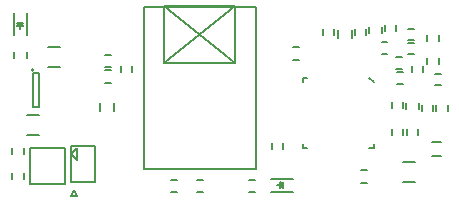
<source format=gto>
G04 #@! TF.FileFunction,Legend,Top*
%FSLAX46Y46*%
G04 Gerber Fmt 4.6, Leading zero omitted, Abs format (unit mm)*
G04 Created by KiCad (PCBNEW 4.0.1-stable) date 27/01/2016 21:23:12*
%MOMM*%
G01*
G04 APERTURE LIST*
%ADD10C,0.100000*%
%ADD11C,0.150000*%
G04 APERTURE END LIST*
D10*
D11*
X71450000Y-63725000D02*
X71950000Y-63725000D01*
X71950000Y-62675000D02*
X71450000Y-62675000D01*
X56400000Y-64050000D02*
X56900000Y-64050000D01*
X56900000Y-64050000D02*
X56650000Y-63550000D01*
X56650000Y-63550000D02*
X56400000Y-64050000D01*
X56400000Y-62800000D02*
X58400000Y-62800000D01*
X58400000Y-62800000D02*
X58400000Y-59800000D01*
X58400000Y-59800000D02*
X56400000Y-59800000D01*
X56400000Y-59800000D02*
X56400000Y-62800000D01*
X85500000Y-61150000D02*
X84500000Y-61150000D01*
X84500000Y-62850000D02*
X85500000Y-62850000D01*
X87325000Y-56350000D02*
X87325000Y-56850000D01*
X88275000Y-56850000D02*
X88275000Y-56350000D01*
X74375000Y-60050000D02*
X74375000Y-59550000D01*
X73425000Y-59550000D02*
X73425000Y-60050000D01*
X77725000Y-49900000D02*
X77725000Y-50400000D01*
X78675000Y-50400000D02*
X78675000Y-49900000D01*
X85755000Y-58820000D02*
X85755000Y-58320000D01*
X84805000Y-58320000D02*
X84805000Y-58820000D01*
X80425000Y-49900000D02*
X80425000Y-50400000D01*
X81375000Y-50400000D02*
X81375000Y-49900000D01*
X82675000Y-51975000D02*
X83175000Y-51975000D01*
X83175000Y-51025000D02*
X82675000Y-51025000D01*
X84525000Y-56600000D02*
X84525000Y-56100000D01*
X83575000Y-56100000D02*
X83575000Y-56600000D01*
X82950000Y-49525000D02*
X82950000Y-50025000D01*
X83900000Y-50025000D02*
X83900000Y-49525000D01*
X87075000Y-56850000D02*
X87075000Y-56350000D01*
X86125000Y-56350000D02*
X86125000Y-56850000D01*
X85250000Y-53000000D02*
X85250000Y-53500000D01*
X86200000Y-53500000D02*
X86200000Y-53000000D01*
X87725000Y-53675000D02*
X87225000Y-53675000D01*
X87225000Y-54625000D02*
X87725000Y-54625000D01*
X84950000Y-52000000D02*
X85450000Y-52000000D01*
X85450000Y-51050000D02*
X84950000Y-51050000D01*
X84950000Y-50800000D02*
X85450000Y-50800000D01*
X85450000Y-49850000D02*
X84950000Y-49850000D01*
X86990000Y-59460000D02*
X87690000Y-59460000D01*
X87690000Y-60660000D02*
X86990000Y-60660000D01*
X61550000Y-53525000D02*
X61550000Y-53025000D01*
X60600000Y-53025000D02*
X60600000Y-53525000D01*
X84515000Y-58850000D02*
X84515000Y-58350000D01*
X83565000Y-58350000D02*
X83565000Y-58850000D01*
X60030000Y-56120000D02*
X60030000Y-56820000D01*
X58830000Y-56820000D02*
X58830000Y-56120000D01*
X78950000Y-50650000D02*
X78950000Y-49950000D01*
X80150000Y-49950000D02*
X80150000Y-50650000D01*
X55450000Y-51375000D02*
X54450000Y-51375000D01*
X54450000Y-53075000D02*
X55450000Y-53075000D01*
X52650000Y-58850000D02*
X53650000Y-58850000D01*
X53650000Y-57150000D02*
X52650000Y-57150000D01*
X75200000Y-62550000D02*
X73300000Y-62550000D01*
X75200000Y-63650000D02*
X73300000Y-63650000D01*
X74300000Y-63100000D02*
X73850000Y-63100000D01*
X74350000Y-63350000D02*
X74350000Y-62850000D01*
X74350000Y-63100000D02*
X74100000Y-63350000D01*
X74100000Y-63350000D02*
X74100000Y-62850000D01*
X74100000Y-62850000D02*
X74350000Y-63100000D01*
X51550000Y-48500000D02*
X51550000Y-50400000D01*
X52650000Y-48500000D02*
X52650000Y-50400000D01*
X52100000Y-49400000D02*
X52100000Y-49850000D01*
X52350000Y-49350000D02*
X51850000Y-49350000D01*
X52100000Y-49350000D02*
X52350000Y-49600000D01*
X52350000Y-49600000D02*
X51850000Y-49600000D01*
X51850000Y-49600000D02*
X52100000Y-49350000D01*
X82675000Y-50200000D02*
X82675000Y-49700000D01*
X81625000Y-49700000D02*
X81625000Y-50200000D01*
X84775000Y-56150000D02*
X84775000Y-56650000D01*
X85825000Y-56650000D02*
X85825000Y-56150000D01*
X84400000Y-52250000D02*
X83900000Y-52250000D01*
X83900000Y-53300000D02*
X84400000Y-53300000D01*
X86500000Y-52350000D02*
X86500000Y-52850000D01*
X87550000Y-52850000D02*
X87550000Y-52350000D01*
X86500000Y-50425000D02*
X86500000Y-50925000D01*
X87550000Y-50925000D02*
X87550000Y-50425000D01*
X59750000Y-52075000D02*
X59250000Y-52075000D01*
X59250000Y-53125000D02*
X59750000Y-53125000D01*
X59750000Y-53375000D02*
X59250000Y-53375000D01*
X59250000Y-54425000D02*
X59750000Y-54425000D01*
X80925000Y-62900000D02*
X81425000Y-62900000D01*
X81425000Y-61850000D02*
X80925000Y-61850000D01*
X75680000Y-51435000D02*
X75180000Y-51435000D01*
X75180000Y-52485000D02*
X75680000Y-52485000D01*
X84000000Y-54575000D02*
X84500000Y-54575000D01*
X84500000Y-53525000D02*
X84000000Y-53525000D01*
X64850000Y-63725000D02*
X65350000Y-63725000D01*
X65350000Y-62675000D02*
X64850000Y-62675000D01*
X67550000Y-62675000D02*
X67050000Y-62675000D01*
X67050000Y-63725000D02*
X67550000Y-63725000D01*
X51375000Y-59950000D02*
X51375000Y-60450000D01*
X52425000Y-60450000D02*
X52425000Y-59950000D01*
X52425000Y-62550000D02*
X52425000Y-62050000D01*
X51375000Y-62050000D02*
X51375000Y-62550000D01*
X52625000Y-52340000D02*
X52625000Y-51840000D01*
X51575000Y-51840000D02*
X51575000Y-52340000D01*
X81600000Y-54000000D02*
X82000000Y-54400000D01*
X82000000Y-59600000D02*
X82000000Y-60000000D01*
X82000000Y-60000000D02*
X81600000Y-60000000D01*
X76000000Y-54400000D02*
X76000000Y-54000000D01*
X76000000Y-54000000D02*
X76400000Y-54000000D01*
X76000000Y-59600000D02*
X76000000Y-60000000D01*
X76000000Y-60000000D02*
X76400000Y-60000000D01*
X72025000Y-48025000D02*
X72025000Y-61775000D01*
X72025000Y-61775000D02*
X62525000Y-61775000D01*
X62525000Y-61775000D02*
X62525000Y-48025000D01*
X62525000Y-48025000D02*
X72025000Y-48025000D01*
X64300000Y-52800000D02*
X70275000Y-47925000D01*
X64275000Y-47925000D02*
X70275000Y-47925000D01*
X70275000Y-47925000D02*
X70275000Y-52800000D01*
X70275000Y-52800000D02*
X64275000Y-52800000D01*
X64275000Y-52800000D02*
X64275000Y-47925000D01*
X64275000Y-47925000D02*
X70275000Y-52800000D01*
X56900000Y-60000000D02*
X56900000Y-61000000D01*
X56900000Y-61000000D02*
X56400000Y-60500000D01*
X56400000Y-60500000D02*
X56900000Y-60000000D01*
X55900000Y-60000000D02*
X55900000Y-63000000D01*
X55900000Y-63000000D02*
X52900000Y-63000000D01*
X52900000Y-63000000D02*
X52900000Y-60000000D01*
X52900000Y-60000000D02*
X55900000Y-60000000D01*
X53225000Y-53375000D02*
G75*
G03X53225000Y-53375000I-100000J0D01*
G01*
X53675000Y-53625000D02*
X53175000Y-53625000D01*
X53675000Y-56525000D02*
X53675000Y-53625000D01*
X53175000Y-56525000D02*
X53675000Y-56525000D01*
X53175000Y-53625000D02*
X53175000Y-56525000D01*
M02*

</source>
